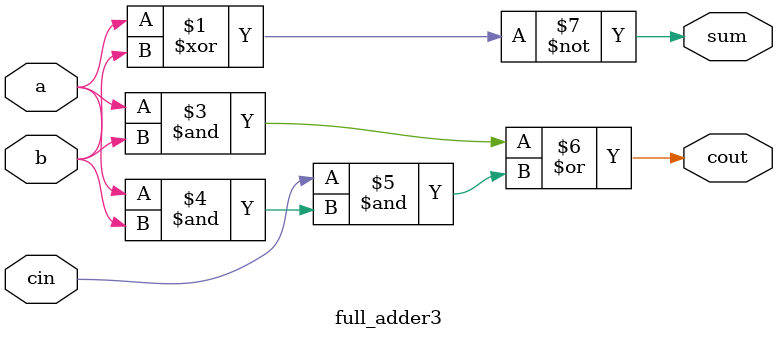
<source format=v>
module full_adder3(a,b,cin,sum,cout);
input a,b,cin;
output sum,cout;
assign sum = a^b^1'b1;
assign cout = a&b|cin&(a&b); 
// initial begin
//     $display("The incorrect adder with xor1 having in2/1");
// end   
endmodule
</source>
